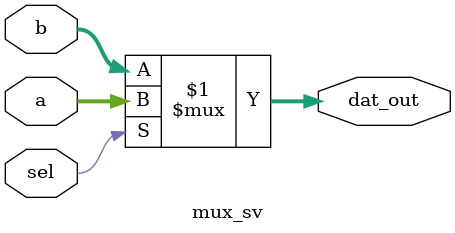
<source format=sv>
module mux_sv(
   input[7:0] a, b,
   input sel,
   output logic [7:0] dat_out);

   assign dat_out = (sel) ? a : b;

endmodule


</source>
